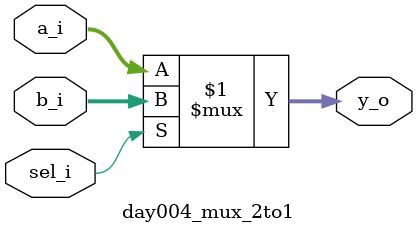
<source format=sv>
`timescale 1ns / 1ps


module day004_mux_2to1(
    input logic [7:0] a_i,
    input logic [7:0] b_i,
    input logic sel_i,
    output logic [7:0] y_o
    );
    
assign y_o = sel_i ? b_i : a_i;    

  
endmodule

</source>
